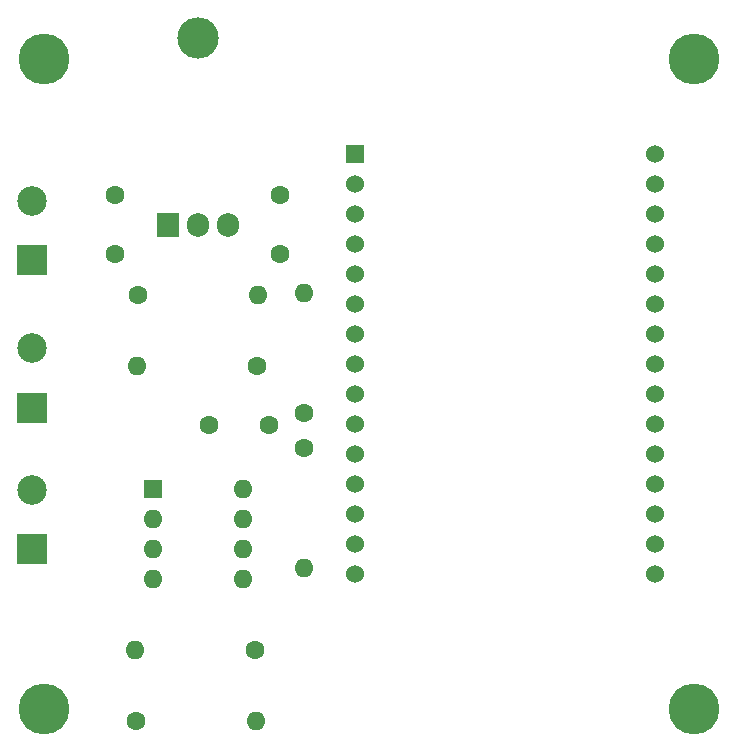
<source format=gbr>
%TF.GenerationSoftware,KiCad,Pcbnew,7.0.0*%
%TF.CreationDate,2023-02-24T19:45:49+01:00*%
%TF.ProjectId,afzuiging-pcb,61667a75-6967-4696-9e67-2d7063622e6b,0*%
%TF.SameCoordinates,Original*%
%TF.FileFunction,Soldermask,Top*%
%TF.FilePolarity,Negative*%
%FSLAX46Y46*%
G04 Gerber Fmt 4.6, Leading zero omitted, Abs format (unit mm)*
G04 Created by KiCad (PCBNEW 7.0.0) date 2023-02-24 19:45:49*
%MOMM*%
%LPD*%
G01*
G04 APERTURE LIST*
%ADD10C,1.600000*%
%ADD11C,4.300000*%
%ADD12O,1.600000X1.600000*%
%ADD13C,2.500000*%
%ADD14R,2.500000X2.500000*%
%ADD15R,1.600000X1.600000*%
%ADD16R,1.524000X1.524000*%
%ADD17C,1.524000*%
%ADD18O,3.500000X3.500000*%
%ADD19R,1.905000X2.000000*%
%ADD20O,1.905000X2.000000*%
G04 APERTURE END LIST*
D10*
%TO.C,C1*%
X51000000Y-59000000D03*
X46000000Y-59000000D03*
%TD*%
D11*
%TO.C,REF\u002A\u002A*%
X32000000Y-28000000D03*
%TD*%
%TO.C,REF\u002A\u002A*%
X32000000Y-83000000D03*
%TD*%
%TO.C,REF\u002A\u002A*%
X87000000Y-83000000D03*
%TD*%
%TO.C,REF\u002A\u002A*%
X87000000Y-28000000D03*
%TD*%
D10*
%TO.C,R6*%
X54000000Y-60920000D03*
D12*
X53999999Y-71079999D03*
%TD*%
D13*
%TO.C,J1*%
X31000000Y-40000000D03*
D14*
X30999999Y-44999999D03*
%TD*%
D10*
%TO.C,R3*%
X54000000Y-58000000D03*
D12*
X53999999Y-47839999D03*
%TD*%
D14*
%TO.C,J3*%
X30999999Y-69499999D03*
D13*
X31000000Y-64500000D03*
%TD*%
D10*
%TO.C,R4*%
X49820000Y-78000000D03*
D12*
X39659999Y-77999999D03*
%TD*%
D10*
%TO.C,R1*%
X39920000Y-48000000D03*
D12*
X50079999Y-47999999D03*
%TD*%
D15*
%TO.C,U4*%
X41199999Y-64379999D03*
D12*
X41199999Y-66919999D03*
X41199999Y-69459999D03*
X41199999Y-71999999D03*
X48819999Y-71999999D03*
X48819999Y-69459999D03*
X48819999Y-66919999D03*
X48819999Y-64379999D03*
%TD*%
D10*
%TO.C,C2*%
X38000000Y-44500000D03*
X38000000Y-39500000D03*
%TD*%
D14*
%TO.C,J2*%
X30999999Y-57499999D03*
D13*
X31000000Y-52500000D03*
%TD*%
D16*
%TO.C,U2*%
X58299999Y-36059999D03*
D17*
X58300000Y-38600000D03*
X58300000Y-41140000D03*
X58300000Y-43680000D03*
X58300000Y-46220000D03*
X58300000Y-48760000D03*
X58300000Y-51300000D03*
X58300000Y-53840000D03*
X58300000Y-56380000D03*
X58300000Y-58920000D03*
X58300000Y-61460000D03*
X58300000Y-64000000D03*
X58300000Y-66540000D03*
X58300000Y-69080000D03*
X58300000Y-71620000D03*
X83700000Y-71620000D03*
X83700000Y-69080000D03*
X83700000Y-66540000D03*
X83700000Y-64000000D03*
X83700000Y-61460000D03*
X83700000Y-58920000D03*
X83700000Y-56380000D03*
X83700000Y-53840000D03*
X83700000Y-51300000D03*
X83700000Y-48760000D03*
X83700000Y-46220000D03*
X83700000Y-43680000D03*
X83700000Y-41140000D03*
X83700000Y-38600000D03*
X83700000Y-36060000D03*
%TD*%
D10*
%TO.C,R2*%
X50000000Y-54000000D03*
D12*
X39839999Y-53999999D03*
%TD*%
D10*
%TO.C,C3*%
X52000000Y-39500000D03*
X52000000Y-44500000D03*
%TD*%
D18*
%TO.C,U3*%
X44999999Y-26249999D03*
D19*
X42459999Y-42049999D03*
D20*
X44999999Y-42049999D03*
X47539999Y-42049999D03*
%TD*%
D10*
%TO.C,R5*%
X39740000Y-84000000D03*
D12*
X49899999Y-83999999D03*
%TD*%
M02*

</source>
